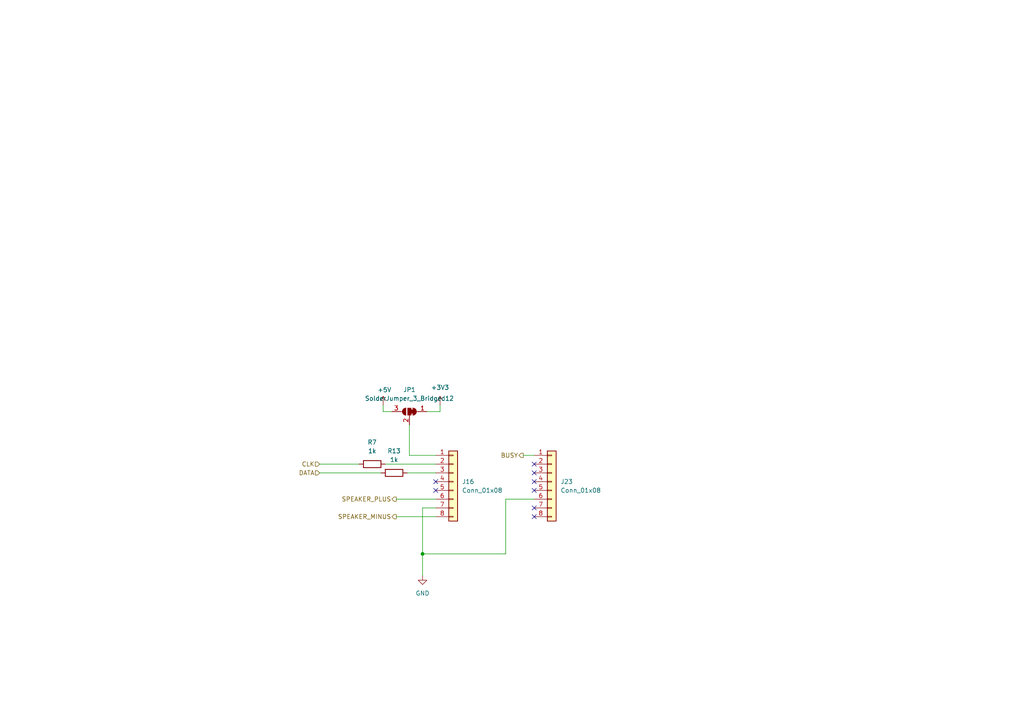
<source format=kicad_sch>
(kicad_sch (version 20211123) (generator eeschema)
  (paper "A4")
  (lib_symbols
    (symbol "Connector_Generic:Conn_01x08" (pin_names (offset 1.016) hide)
      (property "Reference" "J" (at 0 10.16 0))
      (property "Value" "Conn_01x08" (at 0 -12.7 0))
      (symbol "Conn_01x08_1_1"
        (rectangle (start -1.27 -10.033) (end 0 -10.287) (stroke (width 0.1524)))
        (rectangle (start -1.27 -7.493) (end 0 -7.747) (stroke (width 0.1524)))
        (rectangle (start -1.27 -4.953) (end 0 -5.207) (stroke (width 0.1524)))
        (rectangle (start -1.27 -2.413) (end 0 -2.667) (stroke (width 0.1524)))
        (rectangle (start -1.27 0.127) (end 0 -0.127) (stroke (width 0.1524)))
        (rectangle (start -1.27 2.667) (end 0 2.413) (stroke (width 0.1524)))
        (rectangle (start -1.27 5.207) (end 0 4.953) (stroke (width 0.1524)))
        (rectangle (start -1.27 7.747) (end 0 7.493) (stroke (width 0.1524)))
        (rectangle (start -1.27 8.89) (end 1.27 -11.43) (stroke (width 0.254)) (fill (type background)))
        (pin passive line (at -5.08 7.62 0) (length 3.81) (name "Pin_1") (number "1"))
        (pin passive line (at -5.08 5.08 0) (length 3.81) (name "Pin_2") (number "2"))
        (pin passive line (at -5.08 2.54 0) (length 3.81) (name "Pin_3") (number "3"))
        (pin passive line (at -5.08 0 0) (length 3.81) (name "Pin_4") (number "4"))
        (pin passive line (at -5.08 -2.54 0) (length 3.81) (name "Pin_5") (number "5"))
        (pin passive line (at -5.08 -5.08 0) (length 3.81) (name "Pin_6") (number "6"))
        (pin passive line (at -5.08 -7.62 0) (length 3.81) (name "Pin_7") (number "7"))
        (pin passive line (at -5.08 -10.16 0) (length 3.81) (name "Pin_8") (number "8"))
      )
    )
    (symbol "Device:R" (pin_numbers hide) (pin_names (offset 0))
      (property "Reference" "R" (at 2.032 0 90))
      (property "Value" "R" (at 0 0 90))
      (symbol "R_0_1"
        (rectangle (start -1.016 -2.54) (end 1.016 2.54) (stroke (width 0.254)))
      )
      (symbol "R_1_1"
        (pin passive line (at 0 3.81 270) (length 1.27) (name "~") (number "1"))
        (pin passive line (at 0 -3.81 90) (length 1.27) (name "~") (number "2"))
      )
    )
    (symbol "Jumper:SolderJumper_3_Bridged12" (pin_names (offset 0) hide)
      (property "Reference" "JP" (at -2.54 -2.54 0))
      (property "Value" "SolderJumper_3_Bridged12" (at 0 2.794 0))
      (symbol "SolderJumper_3_Bridged12_0_1"
        (rectangle (start -1.016 0.508) (end -0.508 -0.508) (fill (type outline)))
        (arc (start -1.016 1.016) (mid -2.032 0) (end -1.016 -1.016))
        (arc (start -1.016 1.016) (mid -2.032 0) (end -1.016 -1.016) (fill (type outline)))
        (rectangle (start -0.508 1.016) (end 0.508 -1.016) (fill (type outline)))
        (polyline (pts (xy -2.54 0) (xy -2.032 0)))
        (polyline (pts (xy -1.016 1.016) (xy -1.016 -1.016)))
        (polyline (pts (xy 0 -1.27) (xy 0 -1.016)))
        (polyline (pts (xy 1.016 1.016) (xy 1.016 -1.016)))
        (polyline (pts (xy 2.54 0) (xy 2.032 0)))
        (arc (start 1.016 -1.016) (mid 2.032 0) (end 1.016 1.016))
        (arc (start 1.016 -1.016) (mid 2.032 0) (end 1.016 1.016) (fill (type outline)))
      )
      (symbol "SolderJumper_3_Bridged12_1_1"
        (pin passive line (at -5.08 0 0) (length 2.54) (name "A") (number "1"))
        (pin input line (at 0 -3.81 90) (length 2.54) (name "C") (number "2"))
        (pin passive line (at 5.08 0 180) (length 2.54) (name "B") (number "3"))
      )
    )
    (symbol "power:+3.3V" (power) (pin_names (offset 0))
      (property "Value" "+3.3V" (at 0 3.556 0))
      (symbol "+3.3V_0_1"
        (polyline (pts (xy -0.762 1.27) (xy 0 2.54)))
        (polyline (pts (xy 0 0) (xy 0 2.54)))
        (polyline (pts (xy 0 2.54) (xy 0.762 1.27)))
      )
      (symbol "+3.3V_1_1"
        (pin power_in line (at 0 0 90) (length 0) hide (name "+3V3") (number "1"))
      )
    )
    (symbol "power:+5V" (power) (pin_names (offset 0))
      (property "Value" "+5V" (at 0 3.556 0))
      (symbol "+5V_0_1"
        (polyline (pts (xy -0.762 1.27) (xy 0 2.54)))
        (polyline (pts (xy 0 0) (xy 0 2.54)))
        (polyline (pts (xy 0 2.54) (xy 0.762 1.27)))
      )
      (symbol "+5V_1_1"
        (pin power_in line (at 0 0 90) (length 0) hide (name "+5V") (number "1"))
      )
    )
    (symbol "power:GND" (power) (pin_names (offset 0))
      (property "Value" "GND" (at 0 -3.81 0))
      (symbol "GND_0_1"
        (polyline (pts (xy 0 0) (xy 0 -1.27) (xy 1.27 -1.27) (xy 0 -2.54) (xy -1.27 -1.27) (xy 0 -1.27)))
      )
      (symbol "GND_1_1"
        (pin power_in line (at 0 0 270) (length 0) hide (name "GND") (number "1"))
      )
    )
  )
  (junction (at 122.555 160.655))
  (no_connect (at 154.94 147.32))
  (no_connect (at 154.94 149.86))
  (no_connect (at 126.365 139.7))
  (no_connect (at 126.365 142.24))
  (no_connect (at 154.94 142.24))
  (no_connect (at 154.94 139.7))
  (no_connect (at 154.94 137.16))
  (no_connect (at 154.94 134.62))
  (wire (pts (xy 111.76 134.62) (xy 126.365 134.62)))
  (wire (pts (xy 127.635 119.38) (xy 127.635 117.475)))
  (wire (pts (xy 118.11 137.16) (xy 126.365 137.16)))
  (wire (pts (xy 122.555 147.32) (xy 122.555 160.655)))
  (wire (pts (xy 146.685 144.78) (xy 146.685 160.655)))
  (wire (pts (xy 113.665 119.38) (xy 111.125 119.38)))
  (wire (pts (xy 114.935 144.78) (xy 126.365 144.78)))
  (wire (pts (xy 126.365 147.32) (xy 122.555 147.32)))
  (wire (pts (xy 92.71 134.62) (xy 104.14 134.62)))
  (wire (pts (xy 118.745 132.08) (xy 126.365 132.08)))
  (wire (pts (xy 154.94 132.08) (xy 151.765 132.08)))
  (wire (pts (xy 110.49 137.16) (xy 92.71 137.16)))
  (wire (pts (xy 146.685 160.655) (xy 122.555 160.655)))
  (wire (pts (xy 114.935 149.86) (xy 126.365 149.86)))
  (wire (pts (xy 118.745 123.19) (xy 118.745 132.08)))
  (wire (pts (xy 154.94 144.78) (xy 146.685 144.78)))
  (wire (pts (xy 123.825 119.38) (xy 127.635 119.38)))
  (wire (pts (xy 122.555 160.655) (xy 122.555 167.005)))
  (wire (pts (xy 111.125 117.475) (xy 111.125 119.38)))
  (hierarchical_label "SPEAKER_PLUS" (shape output) (at 114.935 144.78 180))
  (hierarchical_label "SPEAKER_MINUS" (shape output) (at 114.935 149.86 180))
  (hierarchical_label "DATA" (shape input) (at 92.71 137.16 180))
  (hierarchical_label "CLK" (shape input) (at 92.71 134.62 180))
  (hierarchical_label "BUSY" (shape output) (at 151.765 132.08 180))
  (symbol (lib_id "Device:R") (at 107.95 134.62 270) (unit 1)
    (property "Reference" "R7" (at 107.95 128.27 90))
    (property "Value" "1k" (at 107.95 130.81 90))
    (property "Footprint" "Resistor_SMD:R_0805_2012Metric_Pad1.20x1.40mm_HandSolder" (effects hide))
  )
  (symbol (lib_id "Device:R") (at 114.3 137.16 90) (unit 1)
    (property "Reference" "R13" (at 114.3 130.81 90))
    (property "Value" "1k" (at 114.3 133.35 90))
    (property "Footprint" "Resistor_SMD:R_0805_2012Metric_Pad1.20x1.40mm_HandSolder" (effects hide))
  )
  (symbol (lib_id "Connector_Generic:Conn_01x08") (at 160.02 139.7 0) (unit 1)
    (property "Reference" "J23" (at 162.56 139.6999 0) (effects (justify left)))
    (property "Value" "Conn_01x08" (at 162.56 142.2399 0) (effects (justify left)))
    (property "Footprint" "Connector_PinHeader_2.54mm:PinHeader_1x08_P2.54mm_Vertical" (effects hide))
  )
  (symbol (lib_id "power:+3.3V") (at 127.635 117.475 0) (unit 1)
    (property "Reference" "#PWR0156" (effects hide))
    (property "Value" "+3.3V" (at 127.635 112.395 0))
  )
  (symbol (lib_id "power:GND") (at 122.555 167.005 0) (unit 1)
    (property "Reference" "#PWR0133" (effects hide))
    (property "Value" "GND" (at 122.555 172.085 0))
  )
  (symbol (lib_id "Jumper:SolderJumper_3_Bridged12") (at 118.745 119.38 0) (mirror y) (unit 1)
    (property "Reference" "JP1" (at 118.745 113.03 0))
    (property "Value" "SolderJumper_3_Bridged12" (at 118.745 115.57 0))
    (property "Footprint" "Jumper:SolderJumper-3_P1.3mm_Bridged12_Pad1.0x1.5mm" (effects hide))
  )
  (symbol (lib_id "Connector_Generic:Conn_01x08") (at 131.445 139.7 0) (unit 1)
    (property "Reference" "J16" (at 133.985 139.6999 0) (effects (justify left)))
    (property "Value" "Conn_01x08" (at 133.985 142.2399 0) (effects (justify left)))
    (property "Footprint" "Connector_PinHeader_2.54mm:PinHeader_1x08_P2.54mm_Vertical" (effects hide))
  )
  (symbol (lib_id "power:+5V") (at 111.125 117.475 0) (unit 1)
    (property "Reference" "#PWR0174" (effects hide))
    (property "Value" "+5V" (at 111.506 113.0808 0))
  )
)
</source>
